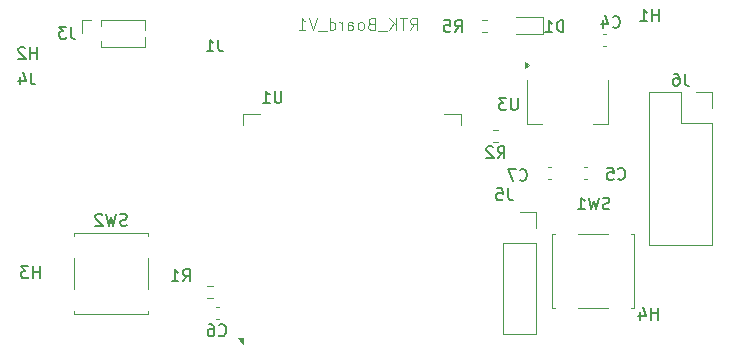
<source format=gbr>
%TF.GenerationSoftware,KiCad,Pcbnew,9.0.6*%
%TF.CreationDate,2025-12-21T22:24:18+01:00*%
%TF.ProjectId,drone_v2,64726f6e-655f-4763-922e-6b696361645f,rev?*%
%TF.SameCoordinates,Original*%
%TF.FileFunction,Legend,Bot*%
%TF.FilePolarity,Positive*%
%FSLAX46Y46*%
G04 Gerber Fmt 4.6, Leading zero omitted, Abs format (unit mm)*
G04 Created by KiCad (PCBNEW 9.0.6) date 2025-12-21 22:24:18*
%MOMM*%
%LPD*%
G01*
G04 APERTURE LIST*
%ADD10C,0.100000*%
%ADD11C,0.150000*%
%ADD12C,0.120000*%
G04 APERTURE END LIST*
D10*
X170249687Y-48522419D02*
X170583020Y-48046228D01*
X170821115Y-48522419D02*
X170821115Y-47522419D01*
X170821115Y-47522419D02*
X170440163Y-47522419D01*
X170440163Y-47522419D02*
X170344925Y-47570038D01*
X170344925Y-47570038D02*
X170297306Y-47617657D01*
X170297306Y-47617657D02*
X170249687Y-47712895D01*
X170249687Y-47712895D02*
X170249687Y-47855752D01*
X170249687Y-47855752D02*
X170297306Y-47950990D01*
X170297306Y-47950990D02*
X170344925Y-47998609D01*
X170344925Y-47998609D02*
X170440163Y-48046228D01*
X170440163Y-48046228D02*
X170821115Y-48046228D01*
X169963972Y-47522419D02*
X169392544Y-47522419D01*
X169678258Y-48522419D02*
X169678258Y-47522419D01*
X169059210Y-48522419D02*
X169059210Y-47522419D01*
X168487782Y-48522419D02*
X168916353Y-47950990D01*
X168487782Y-47522419D02*
X169059210Y-48093847D01*
X168297306Y-48617657D02*
X167535401Y-48617657D01*
X166963972Y-47998609D02*
X166821115Y-48046228D01*
X166821115Y-48046228D02*
X166773496Y-48093847D01*
X166773496Y-48093847D02*
X166725877Y-48189085D01*
X166725877Y-48189085D02*
X166725877Y-48331942D01*
X166725877Y-48331942D02*
X166773496Y-48427180D01*
X166773496Y-48427180D02*
X166821115Y-48474800D01*
X166821115Y-48474800D02*
X166916353Y-48522419D01*
X166916353Y-48522419D02*
X167297305Y-48522419D01*
X167297305Y-48522419D02*
X167297305Y-47522419D01*
X167297305Y-47522419D02*
X166963972Y-47522419D01*
X166963972Y-47522419D02*
X166868734Y-47570038D01*
X166868734Y-47570038D02*
X166821115Y-47617657D01*
X166821115Y-47617657D02*
X166773496Y-47712895D01*
X166773496Y-47712895D02*
X166773496Y-47808133D01*
X166773496Y-47808133D02*
X166821115Y-47903371D01*
X166821115Y-47903371D02*
X166868734Y-47950990D01*
X166868734Y-47950990D02*
X166963972Y-47998609D01*
X166963972Y-47998609D02*
X167297305Y-47998609D01*
X166154448Y-48522419D02*
X166249686Y-48474800D01*
X166249686Y-48474800D02*
X166297305Y-48427180D01*
X166297305Y-48427180D02*
X166344924Y-48331942D01*
X166344924Y-48331942D02*
X166344924Y-48046228D01*
X166344924Y-48046228D02*
X166297305Y-47950990D01*
X166297305Y-47950990D02*
X166249686Y-47903371D01*
X166249686Y-47903371D02*
X166154448Y-47855752D01*
X166154448Y-47855752D02*
X166011591Y-47855752D01*
X166011591Y-47855752D02*
X165916353Y-47903371D01*
X165916353Y-47903371D02*
X165868734Y-47950990D01*
X165868734Y-47950990D02*
X165821115Y-48046228D01*
X165821115Y-48046228D02*
X165821115Y-48331942D01*
X165821115Y-48331942D02*
X165868734Y-48427180D01*
X165868734Y-48427180D02*
X165916353Y-48474800D01*
X165916353Y-48474800D02*
X166011591Y-48522419D01*
X166011591Y-48522419D02*
X166154448Y-48522419D01*
X164963972Y-48522419D02*
X164963972Y-47998609D01*
X164963972Y-47998609D02*
X165011591Y-47903371D01*
X165011591Y-47903371D02*
X165106829Y-47855752D01*
X165106829Y-47855752D02*
X165297305Y-47855752D01*
X165297305Y-47855752D02*
X165392543Y-47903371D01*
X164963972Y-48474800D02*
X165059210Y-48522419D01*
X165059210Y-48522419D02*
X165297305Y-48522419D01*
X165297305Y-48522419D02*
X165392543Y-48474800D01*
X165392543Y-48474800D02*
X165440162Y-48379561D01*
X165440162Y-48379561D02*
X165440162Y-48284323D01*
X165440162Y-48284323D02*
X165392543Y-48189085D01*
X165392543Y-48189085D02*
X165297305Y-48141466D01*
X165297305Y-48141466D02*
X165059210Y-48141466D01*
X165059210Y-48141466D02*
X164963972Y-48093847D01*
X164487781Y-48522419D02*
X164487781Y-47855752D01*
X164487781Y-48046228D02*
X164440162Y-47950990D01*
X164440162Y-47950990D02*
X164392543Y-47903371D01*
X164392543Y-47903371D02*
X164297305Y-47855752D01*
X164297305Y-47855752D02*
X164202067Y-47855752D01*
X163440162Y-48522419D02*
X163440162Y-47522419D01*
X163440162Y-48474800D02*
X163535400Y-48522419D01*
X163535400Y-48522419D02*
X163725876Y-48522419D01*
X163725876Y-48522419D02*
X163821114Y-48474800D01*
X163821114Y-48474800D02*
X163868733Y-48427180D01*
X163868733Y-48427180D02*
X163916352Y-48331942D01*
X163916352Y-48331942D02*
X163916352Y-48046228D01*
X163916352Y-48046228D02*
X163868733Y-47950990D01*
X163868733Y-47950990D02*
X163821114Y-47903371D01*
X163821114Y-47903371D02*
X163725876Y-47855752D01*
X163725876Y-47855752D02*
X163535400Y-47855752D01*
X163535400Y-47855752D02*
X163440162Y-47903371D01*
X163202067Y-48617657D02*
X162440162Y-48617657D01*
X162344923Y-47522419D02*
X162011590Y-48522419D01*
X162011590Y-48522419D02*
X161678257Y-47522419D01*
X160821114Y-48522419D02*
X161392542Y-48522419D01*
X161106828Y-48522419D02*
X161106828Y-47522419D01*
X161106828Y-47522419D02*
X161202066Y-47665276D01*
X161202066Y-47665276D02*
X161297304Y-47760514D01*
X161297304Y-47760514D02*
X161392542Y-47808133D01*
D11*
X183238094Y-48704819D02*
X183238094Y-47704819D01*
X183238094Y-47704819D02*
X182999999Y-47704819D01*
X182999999Y-47704819D02*
X182857142Y-47752438D01*
X182857142Y-47752438D02*
X182761904Y-47847676D01*
X182761904Y-47847676D02*
X182714285Y-47942914D01*
X182714285Y-47942914D02*
X182666666Y-48133390D01*
X182666666Y-48133390D02*
X182666666Y-48276247D01*
X182666666Y-48276247D02*
X182714285Y-48466723D01*
X182714285Y-48466723D02*
X182761904Y-48561961D01*
X182761904Y-48561961D02*
X182857142Y-48657200D01*
X182857142Y-48657200D02*
X182999999Y-48704819D01*
X182999999Y-48704819D02*
X183238094Y-48704819D01*
X181714285Y-48704819D02*
X182285713Y-48704819D01*
X181999999Y-48704819D02*
X181999999Y-47704819D01*
X181999999Y-47704819D02*
X182095237Y-47847676D01*
X182095237Y-47847676D02*
X182190475Y-47942914D01*
X182190475Y-47942914D02*
X182285713Y-47990533D01*
X174041666Y-48704819D02*
X174374999Y-48228628D01*
X174613094Y-48704819D02*
X174613094Y-47704819D01*
X174613094Y-47704819D02*
X174232142Y-47704819D01*
X174232142Y-47704819D02*
X174136904Y-47752438D01*
X174136904Y-47752438D02*
X174089285Y-47800057D01*
X174089285Y-47800057D02*
X174041666Y-47895295D01*
X174041666Y-47895295D02*
X174041666Y-48038152D01*
X174041666Y-48038152D02*
X174089285Y-48133390D01*
X174089285Y-48133390D02*
X174136904Y-48181009D01*
X174136904Y-48181009D02*
X174232142Y-48228628D01*
X174232142Y-48228628D02*
X174613094Y-48228628D01*
X173136904Y-47704819D02*
X173613094Y-47704819D01*
X173613094Y-47704819D02*
X173660713Y-48181009D01*
X173660713Y-48181009D02*
X173613094Y-48133390D01*
X173613094Y-48133390D02*
X173517856Y-48085771D01*
X173517856Y-48085771D02*
X173279761Y-48085771D01*
X173279761Y-48085771D02*
X173184523Y-48133390D01*
X173184523Y-48133390D02*
X173136904Y-48181009D01*
X173136904Y-48181009D02*
X173089285Y-48276247D01*
X173089285Y-48276247D02*
X173089285Y-48514342D01*
X173089285Y-48514342D02*
X173136904Y-48609580D01*
X173136904Y-48609580D02*
X173184523Y-48657200D01*
X173184523Y-48657200D02*
X173279761Y-48704819D01*
X173279761Y-48704819D02*
X173517856Y-48704819D01*
X173517856Y-48704819D02*
X173613094Y-48657200D01*
X173613094Y-48657200D02*
X173660713Y-48609580D01*
X191211904Y-73054819D02*
X191211904Y-72054819D01*
X191211904Y-72531009D02*
X190640476Y-72531009D01*
X190640476Y-73054819D02*
X190640476Y-72054819D01*
X189735714Y-72388152D02*
X189735714Y-73054819D01*
X189973809Y-72007200D02*
X190211904Y-72721485D01*
X190211904Y-72721485D02*
X189592857Y-72721485D01*
X138886904Y-69554819D02*
X138886904Y-68554819D01*
X138886904Y-69031009D02*
X138315476Y-69031009D01*
X138315476Y-69554819D02*
X138315476Y-68554819D01*
X137934523Y-68554819D02*
X137315476Y-68554819D01*
X137315476Y-68554819D02*
X137648809Y-68935771D01*
X137648809Y-68935771D02*
X137505952Y-68935771D01*
X137505952Y-68935771D02*
X137410714Y-68983390D01*
X137410714Y-68983390D02*
X137363095Y-69031009D01*
X137363095Y-69031009D02*
X137315476Y-69126247D01*
X137315476Y-69126247D02*
X137315476Y-69364342D01*
X137315476Y-69364342D02*
X137363095Y-69459580D01*
X137363095Y-69459580D02*
X137410714Y-69507200D01*
X137410714Y-69507200D02*
X137505952Y-69554819D01*
X137505952Y-69554819D02*
X137791666Y-69554819D01*
X137791666Y-69554819D02*
X137886904Y-69507200D01*
X137886904Y-69507200D02*
X137934523Y-69459580D01*
X138661904Y-50979819D02*
X138661904Y-49979819D01*
X138661904Y-50456009D02*
X138090476Y-50456009D01*
X138090476Y-50979819D02*
X138090476Y-49979819D01*
X137661904Y-50075057D02*
X137614285Y-50027438D01*
X137614285Y-50027438D02*
X137519047Y-49979819D01*
X137519047Y-49979819D02*
X137280952Y-49979819D01*
X137280952Y-49979819D02*
X137185714Y-50027438D01*
X137185714Y-50027438D02*
X137138095Y-50075057D01*
X137138095Y-50075057D02*
X137090476Y-50170295D01*
X137090476Y-50170295D02*
X137090476Y-50265533D01*
X137090476Y-50265533D02*
X137138095Y-50408390D01*
X137138095Y-50408390D02*
X137709523Y-50979819D01*
X137709523Y-50979819D02*
X137090476Y-50979819D01*
X191336904Y-47779819D02*
X191336904Y-46779819D01*
X191336904Y-47256009D02*
X190765476Y-47256009D01*
X190765476Y-47779819D02*
X190765476Y-46779819D01*
X189765476Y-47779819D02*
X190336904Y-47779819D01*
X190051190Y-47779819D02*
X190051190Y-46779819D01*
X190051190Y-46779819D02*
X190146428Y-46922676D01*
X190146428Y-46922676D02*
X190241666Y-47017914D01*
X190241666Y-47017914D02*
X190336904Y-47065533D01*
X154033333Y-49354819D02*
X154033333Y-50069104D01*
X154033333Y-50069104D02*
X154080952Y-50211961D01*
X154080952Y-50211961D02*
X154176190Y-50307200D01*
X154176190Y-50307200D02*
X154319047Y-50354819D01*
X154319047Y-50354819D02*
X154414285Y-50354819D01*
X153033333Y-50354819D02*
X153604761Y-50354819D01*
X153319047Y-50354819D02*
X153319047Y-49354819D01*
X153319047Y-49354819D02*
X153414285Y-49497676D01*
X153414285Y-49497676D02*
X153509523Y-49592914D01*
X153509523Y-49592914D02*
X153604761Y-49640533D01*
X138133333Y-52144819D02*
X138133333Y-52859104D01*
X138133333Y-52859104D02*
X138180952Y-53001961D01*
X138180952Y-53001961D02*
X138276190Y-53097200D01*
X138276190Y-53097200D02*
X138419047Y-53144819D01*
X138419047Y-53144819D02*
X138514285Y-53144819D01*
X137228571Y-52478152D02*
X137228571Y-53144819D01*
X137466666Y-52097200D02*
X137704761Y-52811485D01*
X137704761Y-52811485D02*
X137085714Y-52811485D01*
X146283332Y-65057200D02*
X146140475Y-65104819D01*
X146140475Y-65104819D02*
X145902380Y-65104819D01*
X145902380Y-65104819D02*
X145807142Y-65057200D01*
X145807142Y-65057200D02*
X145759523Y-65009580D01*
X145759523Y-65009580D02*
X145711904Y-64914342D01*
X145711904Y-64914342D02*
X145711904Y-64819104D01*
X145711904Y-64819104D02*
X145759523Y-64723866D01*
X145759523Y-64723866D02*
X145807142Y-64676247D01*
X145807142Y-64676247D02*
X145902380Y-64628628D01*
X145902380Y-64628628D02*
X146092856Y-64581009D01*
X146092856Y-64581009D02*
X146188094Y-64533390D01*
X146188094Y-64533390D02*
X146235713Y-64485771D01*
X146235713Y-64485771D02*
X146283332Y-64390533D01*
X146283332Y-64390533D02*
X146283332Y-64295295D01*
X146283332Y-64295295D02*
X146235713Y-64200057D01*
X146235713Y-64200057D02*
X146188094Y-64152438D01*
X146188094Y-64152438D02*
X146092856Y-64104819D01*
X146092856Y-64104819D02*
X145854761Y-64104819D01*
X145854761Y-64104819D02*
X145711904Y-64152438D01*
X145378570Y-64104819D02*
X145140475Y-65104819D01*
X145140475Y-65104819D02*
X144949999Y-64390533D01*
X144949999Y-64390533D02*
X144759523Y-65104819D01*
X144759523Y-65104819D02*
X144521428Y-64104819D01*
X144188094Y-64200057D02*
X144140475Y-64152438D01*
X144140475Y-64152438D02*
X144045237Y-64104819D01*
X144045237Y-64104819D02*
X143807142Y-64104819D01*
X143807142Y-64104819D02*
X143711904Y-64152438D01*
X143711904Y-64152438D02*
X143664285Y-64200057D01*
X143664285Y-64200057D02*
X143616666Y-64295295D01*
X143616666Y-64295295D02*
X143616666Y-64390533D01*
X143616666Y-64390533D02*
X143664285Y-64533390D01*
X143664285Y-64533390D02*
X144235713Y-65104819D01*
X144235713Y-65104819D02*
X143616666Y-65104819D01*
X187416666Y-48259580D02*
X187464285Y-48307200D01*
X187464285Y-48307200D02*
X187607142Y-48354819D01*
X187607142Y-48354819D02*
X187702380Y-48354819D01*
X187702380Y-48354819D02*
X187845237Y-48307200D01*
X187845237Y-48307200D02*
X187940475Y-48211961D01*
X187940475Y-48211961D02*
X187988094Y-48116723D01*
X187988094Y-48116723D02*
X188035713Y-47926247D01*
X188035713Y-47926247D02*
X188035713Y-47783390D01*
X188035713Y-47783390D02*
X187988094Y-47592914D01*
X187988094Y-47592914D02*
X187940475Y-47497676D01*
X187940475Y-47497676D02*
X187845237Y-47402438D01*
X187845237Y-47402438D02*
X187702380Y-47354819D01*
X187702380Y-47354819D02*
X187607142Y-47354819D01*
X187607142Y-47354819D02*
X187464285Y-47402438D01*
X187464285Y-47402438D02*
X187416666Y-47450057D01*
X186559523Y-47688152D02*
X186559523Y-48354819D01*
X186797618Y-47307200D02*
X187035713Y-48021485D01*
X187035713Y-48021485D02*
X186416666Y-48021485D01*
X187133332Y-63682200D02*
X186990475Y-63729819D01*
X186990475Y-63729819D02*
X186752380Y-63729819D01*
X186752380Y-63729819D02*
X186657142Y-63682200D01*
X186657142Y-63682200D02*
X186609523Y-63634580D01*
X186609523Y-63634580D02*
X186561904Y-63539342D01*
X186561904Y-63539342D02*
X186561904Y-63444104D01*
X186561904Y-63444104D02*
X186609523Y-63348866D01*
X186609523Y-63348866D02*
X186657142Y-63301247D01*
X186657142Y-63301247D02*
X186752380Y-63253628D01*
X186752380Y-63253628D02*
X186942856Y-63206009D01*
X186942856Y-63206009D02*
X187038094Y-63158390D01*
X187038094Y-63158390D02*
X187085713Y-63110771D01*
X187085713Y-63110771D02*
X187133332Y-63015533D01*
X187133332Y-63015533D02*
X187133332Y-62920295D01*
X187133332Y-62920295D02*
X187085713Y-62825057D01*
X187085713Y-62825057D02*
X187038094Y-62777438D01*
X187038094Y-62777438D02*
X186942856Y-62729819D01*
X186942856Y-62729819D02*
X186704761Y-62729819D01*
X186704761Y-62729819D02*
X186561904Y-62777438D01*
X186228570Y-62729819D02*
X185990475Y-63729819D01*
X185990475Y-63729819D02*
X185799999Y-63015533D01*
X185799999Y-63015533D02*
X185609523Y-63729819D01*
X185609523Y-63729819D02*
X185371428Y-62729819D01*
X184466666Y-63729819D02*
X185038094Y-63729819D01*
X184752380Y-63729819D02*
X184752380Y-62729819D01*
X184752380Y-62729819D02*
X184847618Y-62872676D01*
X184847618Y-62872676D02*
X184942856Y-62967914D01*
X184942856Y-62967914D02*
X185038094Y-63015533D01*
X179541666Y-61209580D02*
X179589285Y-61257200D01*
X179589285Y-61257200D02*
X179732142Y-61304819D01*
X179732142Y-61304819D02*
X179827380Y-61304819D01*
X179827380Y-61304819D02*
X179970237Y-61257200D01*
X179970237Y-61257200D02*
X180065475Y-61161961D01*
X180065475Y-61161961D02*
X180113094Y-61066723D01*
X180113094Y-61066723D02*
X180160713Y-60876247D01*
X180160713Y-60876247D02*
X180160713Y-60733390D01*
X180160713Y-60733390D02*
X180113094Y-60542914D01*
X180113094Y-60542914D02*
X180065475Y-60447676D01*
X180065475Y-60447676D02*
X179970237Y-60352438D01*
X179970237Y-60352438D02*
X179827380Y-60304819D01*
X179827380Y-60304819D02*
X179732142Y-60304819D01*
X179732142Y-60304819D02*
X179589285Y-60352438D01*
X179589285Y-60352438D02*
X179541666Y-60400057D01*
X179208332Y-60304819D02*
X178541666Y-60304819D01*
X178541666Y-60304819D02*
X178970237Y-61304819D01*
X179361904Y-54304819D02*
X179361904Y-55114342D01*
X179361904Y-55114342D02*
X179314285Y-55209580D01*
X179314285Y-55209580D02*
X179266666Y-55257200D01*
X179266666Y-55257200D02*
X179171428Y-55304819D01*
X179171428Y-55304819D02*
X178980952Y-55304819D01*
X178980952Y-55304819D02*
X178885714Y-55257200D01*
X178885714Y-55257200D02*
X178838095Y-55209580D01*
X178838095Y-55209580D02*
X178790476Y-55114342D01*
X178790476Y-55114342D02*
X178790476Y-54304819D01*
X178409523Y-54304819D02*
X177790476Y-54304819D01*
X177790476Y-54304819D02*
X178123809Y-54685771D01*
X178123809Y-54685771D02*
X177980952Y-54685771D01*
X177980952Y-54685771D02*
X177885714Y-54733390D01*
X177885714Y-54733390D02*
X177838095Y-54781009D01*
X177838095Y-54781009D02*
X177790476Y-54876247D01*
X177790476Y-54876247D02*
X177790476Y-55114342D01*
X177790476Y-55114342D02*
X177838095Y-55209580D01*
X177838095Y-55209580D02*
X177885714Y-55257200D01*
X177885714Y-55257200D02*
X177980952Y-55304819D01*
X177980952Y-55304819D02*
X178266666Y-55304819D01*
X178266666Y-55304819D02*
X178361904Y-55257200D01*
X178361904Y-55257200D02*
X178409523Y-55209580D01*
X193503333Y-52234819D02*
X193503333Y-52949104D01*
X193503333Y-52949104D02*
X193550952Y-53091961D01*
X193550952Y-53091961D02*
X193646190Y-53187200D01*
X193646190Y-53187200D02*
X193789047Y-53234819D01*
X193789047Y-53234819D02*
X193884285Y-53234819D01*
X192598571Y-52234819D02*
X192789047Y-52234819D01*
X192789047Y-52234819D02*
X192884285Y-52282438D01*
X192884285Y-52282438D02*
X192931904Y-52330057D01*
X192931904Y-52330057D02*
X193027142Y-52472914D01*
X193027142Y-52472914D02*
X193074761Y-52663390D01*
X193074761Y-52663390D02*
X193074761Y-53044342D01*
X193074761Y-53044342D02*
X193027142Y-53139580D01*
X193027142Y-53139580D02*
X192979523Y-53187200D01*
X192979523Y-53187200D02*
X192884285Y-53234819D01*
X192884285Y-53234819D02*
X192693809Y-53234819D01*
X192693809Y-53234819D02*
X192598571Y-53187200D01*
X192598571Y-53187200D02*
X192550952Y-53139580D01*
X192550952Y-53139580D02*
X192503333Y-53044342D01*
X192503333Y-53044342D02*
X192503333Y-52806247D01*
X192503333Y-52806247D02*
X192550952Y-52711009D01*
X192550952Y-52711009D02*
X192598571Y-52663390D01*
X192598571Y-52663390D02*
X192693809Y-52615771D01*
X192693809Y-52615771D02*
X192884285Y-52615771D01*
X192884285Y-52615771D02*
X192979523Y-52663390D01*
X192979523Y-52663390D02*
X193027142Y-52711009D01*
X193027142Y-52711009D02*
X193074761Y-52806247D01*
X159363220Y-53704819D02*
X159363220Y-54514342D01*
X159363220Y-54514342D02*
X159315601Y-54609580D01*
X159315601Y-54609580D02*
X159267982Y-54657200D01*
X159267982Y-54657200D02*
X159172744Y-54704819D01*
X159172744Y-54704819D02*
X158982268Y-54704819D01*
X158982268Y-54704819D02*
X158887030Y-54657200D01*
X158887030Y-54657200D02*
X158839411Y-54609580D01*
X158839411Y-54609580D02*
X158791792Y-54514342D01*
X158791792Y-54514342D02*
X158791792Y-53704819D01*
X157791792Y-54704819D02*
X158363220Y-54704819D01*
X158077506Y-54704819D02*
X158077506Y-53704819D01*
X158077506Y-53704819D02*
X158172744Y-53847676D01*
X158172744Y-53847676D02*
X158267982Y-53942914D01*
X158267982Y-53942914D02*
X158363220Y-53990533D01*
X154066666Y-74359580D02*
X154114285Y-74407200D01*
X154114285Y-74407200D02*
X154257142Y-74454819D01*
X154257142Y-74454819D02*
X154352380Y-74454819D01*
X154352380Y-74454819D02*
X154495237Y-74407200D01*
X154495237Y-74407200D02*
X154590475Y-74311961D01*
X154590475Y-74311961D02*
X154638094Y-74216723D01*
X154638094Y-74216723D02*
X154685713Y-74026247D01*
X154685713Y-74026247D02*
X154685713Y-73883390D01*
X154685713Y-73883390D02*
X154638094Y-73692914D01*
X154638094Y-73692914D02*
X154590475Y-73597676D01*
X154590475Y-73597676D02*
X154495237Y-73502438D01*
X154495237Y-73502438D02*
X154352380Y-73454819D01*
X154352380Y-73454819D02*
X154257142Y-73454819D01*
X154257142Y-73454819D02*
X154114285Y-73502438D01*
X154114285Y-73502438D02*
X154066666Y-73550057D01*
X153209523Y-73454819D02*
X153399999Y-73454819D01*
X153399999Y-73454819D02*
X153495237Y-73502438D01*
X153495237Y-73502438D02*
X153542856Y-73550057D01*
X153542856Y-73550057D02*
X153638094Y-73692914D01*
X153638094Y-73692914D02*
X153685713Y-73883390D01*
X153685713Y-73883390D02*
X153685713Y-74264342D01*
X153685713Y-74264342D02*
X153638094Y-74359580D01*
X153638094Y-74359580D02*
X153590475Y-74407200D01*
X153590475Y-74407200D02*
X153495237Y-74454819D01*
X153495237Y-74454819D02*
X153304761Y-74454819D01*
X153304761Y-74454819D02*
X153209523Y-74407200D01*
X153209523Y-74407200D02*
X153161904Y-74359580D01*
X153161904Y-74359580D02*
X153114285Y-74264342D01*
X153114285Y-74264342D02*
X153114285Y-74026247D01*
X153114285Y-74026247D02*
X153161904Y-73931009D01*
X153161904Y-73931009D02*
X153209523Y-73883390D01*
X153209523Y-73883390D02*
X153304761Y-73835771D01*
X153304761Y-73835771D02*
X153495237Y-73835771D01*
X153495237Y-73835771D02*
X153590475Y-73883390D01*
X153590475Y-73883390D02*
X153638094Y-73931009D01*
X153638094Y-73931009D02*
X153685713Y-74026247D01*
X187866666Y-61109580D02*
X187914285Y-61157200D01*
X187914285Y-61157200D02*
X188057142Y-61204819D01*
X188057142Y-61204819D02*
X188152380Y-61204819D01*
X188152380Y-61204819D02*
X188295237Y-61157200D01*
X188295237Y-61157200D02*
X188390475Y-61061961D01*
X188390475Y-61061961D02*
X188438094Y-60966723D01*
X188438094Y-60966723D02*
X188485713Y-60776247D01*
X188485713Y-60776247D02*
X188485713Y-60633390D01*
X188485713Y-60633390D02*
X188438094Y-60442914D01*
X188438094Y-60442914D02*
X188390475Y-60347676D01*
X188390475Y-60347676D02*
X188295237Y-60252438D01*
X188295237Y-60252438D02*
X188152380Y-60204819D01*
X188152380Y-60204819D02*
X188057142Y-60204819D01*
X188057142Y-60204819D02*
X187914285Y-60252438D01*
X187914285Y-60252438D02*
X187866666Y-60300057D01*
X186961904Y-60204819D02*
X187438094Y-60204819D01*
X187438094Y-60204819D02*
X187485713Y-60681009D01*
X187485713Y-60681009D02*
X187438094Y-60633390D01*
X187438094Y-60633390D02*
X187342856Y-60585771D01*
X187342856Y-60585771D02*
X187104761Y-60585771D01*
X187104761Y-60585771D02*
X187009523Y-60633390D01*
X187009523Y-60633390D02*
X186961904Y-60681009D01*
X186961904Y-60681009D02*
X186914285Y-60776247D01*
X186914285Y-60776247D02*
X186914285Y-61014342D01*
X186914285Y-61014342D02*
X186961904Y-61109580D01*
X186961904Y-61109580D02*
X187009523Y-61157200D01*
X187009523Y-61157200D02*
X187104761Y-61204819D01*
X187104761Y-61204819D02*
X187342856Y-61204819D01*
X187342856Y-61204819D02*
X187438094Y-61157200D01*
X187438094Y-61157200D02*
X187485713Y-61109580D01*
X151016666Y-69804819D02*
X151349999Y-69328628D01*
X151588094Y-69804819D02*
X151588094Y-68804819D01*
X151588094Y-68804819D02*
X151207142Y-68804819D01*
X151207142Y-68804819D02*
X151111904Y-68852438D01*
X151111904Y-68852438D02*
X151064285Y-68900057D01*
X151064285Y-68900057D02*
X151016666Y-68995295D01*
X151016666Y-68995295D02*
X151016666Y-69138152D01*
X151016666Y-69138152D02*
X151064285Y-69233390D01*
X151064285Y-69233390D02*
X151111904Y-69281009D01*
X151111904Y-69281009D02*
X151207142Y-69328628D01*
X151207142Y-69328628D02*
X151588094Y-69328628D01*
X150064285Y-69804819D02*
X150635713Y-69804819D01*
X150349999Y-69804819D02*
X150349999Y-68804819D01*
X150349999Y-68804819D02*
X150445237Y-68947676D01*
X150445237Y-68947676D02*
X150540475Y-69042914D01*
X150540475Y-69042914D02*
X150635713Y-69090533D01*
X141533333Y-48254819D02*
X141533333Y-48969104D01*
X141533333Y-48969104D02*
X141580952Y-49111961D01*
X141580952Y-49111961D02*
X141676190Y-49207200D01*
X141676190Y-49207200D02*
X141819047Y-49254819D01*
X141819047Y-49254819D02*
X141914285Y-49254819D01*
X141152380Y-48254819D02*
X140533333Y-48254819D01*
X140533333Y-48254819D02*
X140866666Y-48635771D01*
X140866666Y-48635771D02*
X140723809Y-48635771D01*
X140723809Y-48635771D02*
X140628571Y-48683390D01*
X140628571Y-48683390D02*
X140580952Y-48731009D01*
X140580952Y-48731009D02*
X140533333Y-48826247D01*
X140533333Y-48826247D02*
X140533333Y-49064342D01*
X140533333Y-49064342D02*
X140580952Y-49159580D01*
X140580952Y-49159580D02*
X140628571Y-49207200D01*
X140628571Y-49207200D02*
X140723809Y-49254819D01*
X140723809Y-49254819D02*
X141009523Y-49254819D01*
X141009523Y-49254819D02*
X141104761Y-49207200D01*
X141104761Y-49207200D02*
X141152380Y-49159580D01*
X177666666Y-59384819D02*
X177999999Y-58908628D01*
X178238094Y-59384819D02*
X178238094Y-58384819D01*
X178238094Y-58384819D02*
X177857142Y-58384819D01*
X177857142Y-58384819D02*
X177761904Y-58432438D01*
X177761904Y-58432438D02*
X177714285Y-58480057D01*
X177714285Y-58480057D02*
X177666666Y-58575295D01*
X177666666Y-58575295D02*
X177666666Y-58718152D01*
X177666666Y-58718152D02*
X177714285Y-58813390D01*
X177714285Y-58813390D02*
X177761904Y-58861009D01*
X177761904Y-58861009D02*
X177857142Y-58908628D01*
X177857142Y-58908628D02*
X178238094Y-58908628D01*
X177285713Y-58480057D02*
X177238094Y-58432438D01*
X177238094Y-58432438D02*
X177142856Y-58384819D01*
X177142856Y-58384819D02*
X176904761Y-58384819D01*
X176904761Y-58384819D02*
X176809523Y-58432438D01*
X176809523Y-58432438D02*
X176761904Y-58480057D01*
X176761904Y-58480057D02*
X176714285Y-58575295D01*
X176714285Y-58575295D02*
X176714285Y-58670533D01*
X176714285Y-58670533D02*
X176761904Y-58813390D01*
X176761904Y-58813390D02*
X177333332Y-59384819D01*
X177333332Y-59384819D02*
X176714285Y-59384819D01*
X178558333Y-61944819D02*
X178558333Y-62659104D01*
X178558333Y-62659104D02*
X178605952Y-62801961D01*
X178605952Y-62801961D02*
X178701190Y-62897200D01*
X178701190Y-62897200D02*
X178844047Y-62944819D01*
X178844047Y-62944819D02*
X178939285Y-62944819D01*
X177605952Y-61944819D02*
X178082142Y-61944819D01*
X178082142Y-61944819D02*
X178129761Y-62421009D01*
X178129761Y-62421009D02*
X178082142Y-62373390D01*
X178082142Y-62373390D02*
X177986904Y-62325771D01*
X177986904Y-62325771D02*
X177748809Y-62325771D01*
X177748809Y-62325771D02*
X177653571Y-62373390D01*
X177653571Y-62373390D02*
X177605952Y-62421009D01*
X177605952Y-62421009D02*
X177558333Y-62516247D01*
X177558333Y-62516247D02*
X177558333Y-62754342D01*
X177558333Y-62754342D02*
X177605952Y-62849580D01*
X177605952Y-62849580D02*
X177653571Y-62897200D01*
X177653571Y-62897200D02*
X177748809Y-62944819D01*
X177748809Y-62944819D02*
X177986904Y-62944819D01*
X177986904Y-62944819D02*
X178082142Y-62897200D01*
X178082142Y-62897200D02*
X178129761Y-62849580D01*
D12*
%TO.C,D1*%
X181510000Y-48885000D02*
X179225000Y-48885000D01*
X181510000Y-47415000D02*
X181510000Y-48885000D01*
X179225000Y-47415000D02*
X181510000Y-47415000D01*
%TO.C,R5*%
X176337742Y-48697500D02*
X176812258Y-48697500D01*
X176337742Y-47652500D02*
X176812258Y-47652500D01*
%TO.C,SW2*%
X141800000Y-65700000D02*
X141800000Y-65950000D01*
X141800000Y-67850000D02*
X141800000Y-70450000D01*
X141800000Y-72350000D02*
X141800000Y-72600000D01*
X141800000Y-72600000D02*
X148100000Y-72600000D01*
X148100000Y-65700000D02*
X141800000Y-65700000D01*
X148100000Y-65950000D02*
X148100000Y-65700000D01*
X148100000Y-70450000D02*
X148100000Y-67850000D01*
X148100000Y-72600000D02*
X148100000Y-72350000D01*
%TO.C,C4*%
X186865580Y-48840000D02*
X186584420Y-48840000D01*
X186865580Y-49860000D02*
X186584420Y-49860000D01*
%TO.C,SW1*%
X182300000Y-65800000D02*
X182300000Y-72100000D01*
X182300000Y-72100000D02*
X182550000Y-72100000D01*
X182550000Y-65800000D02*
X182300000Y-65800000D01*
X184450000Y-72100000D02*
X187050000Y-72100000D01*
X187050000Y-65800000D02*
X184450000Y-65800000D01*
X188950000Y-72100000D02*
X189200000Y-72100000D01*
X189200000Y-65800000D02*
X188950000Y-65800000D01*
X189200000Y-72100000D02*
X189200000Y-65800000D01*
%TO.C,C7*%
X181934420Y-60140000D02*
X182215580Y-60140000D01*
X181934420Y-61160000D02*
X182215580Y-61160000D01*
%TO.C,U3*%
X180190000Y-52750000D02*
X180190000Y-56510000D01*
X180190000Y-56510000D02*
X181450000Y-56510000D01*
X187010000Y-52750000D02*
X187010000Y-56510000D01*
X187010000Y-56510000D02*
X185750000Y-56510000D01*
X180290000Y-51470000D02*
X179960000Y-51710000D01*
X179960000Y-51230000D01*
X180290000Y-51470000D01*
G36*
X180290000Y-51470000D02*
G01*
X179960000Y-51710000D01*
X179960000Y-51230000D01*
X180290000Y-51470000D01*
G37*
%TO.C,J6*%
X190520000Y-53780000D02*
X190520000Y-66700000D01*
X193170000Y-53780000D02*
X190520000Y-53780000D01*
X193170000Y-56430000D02*
X193170000Y-53780000D01*
X195820000Y-53780000D02*
X194440000Y-53780000D01*
X195820000Y-55160000D02*
X195820000Y-53780000D01*
X195820000Y-56430000D02*
X193170000Y-56430000D01*
X195820000Y-56430000D02*
X195820000Y-66700000D01*
X195820000Y-66700000D02*
X190520000Y-66700000D01*
%TO.C,U1*%
X156150000Y-55660000D02*
X156150000Y-56610000D01*
X157550000Y-55660000D02*
X156150000Y-55660000D01*
X173150000Y-55660000D02*
X174550000Y-55660000D01*
X174550000Y-55660000D02*
X174550000Y-56610000D01*
X156150000Y-75110000D02*
X155650000Y-74610000D01*
X156150000Y-74610000D01*
X156150000Y-75110000D01*
G36*
X156150000Y-75110000D02*
G01*
X155650000Y-74610000D01*
X156150000Y-74610000D01*
X156150000Y-75110000D01*
G37*
%TO.C,C6*%
X153784420Y-71990000D02*
X154065580Y-71990000D01*
X153784420Y-73010000D02*
X154065580Y-73010000D01*
%TO.C,C5*%
X185265580Y-60140000D02*
X184984420Y-60140000D01*
X185265580Y-61160000D02*
X184984420Y-61160000D01*
%TO.C,R1*%
X153062742Y-70177500D02*
X153537258Y-70177500D01*
X153062742Y-71222500D02*
X153537258Y-71222500D01*
%TO.C,J3*%
X142440000Y-47665000D02*
X142440000Y-48825000D01*
X143250000Y-47665000D02*
X142440000Y-47665000D01*
X144060000Y-47665000D02*
X144060000Y-48158292D01*
X144060000Y-47665000D02*
X147805000Y-47665000D01*
X144060000Y-49491708D02*
X144060000Y-49985000D01*
X144060000Y-49985000D02*
X147805000Y-49985000D01*
X147805000Y-47665000D02*
X147805000Y-48507077D01*
X147805000Y-49142923D02*
X147805000Y-49985000D01*
%TO.C,R2*%
X177262742Y-56977500D02*
X177737258Y-56977500D01*
X177262742Y-58022500D02*
X177737258Y-58022500D01*
%TO.C,J5*%
X178145000Y-66570000D02*
X178145000Y-74300000D01*
X180905000Y-63920000D02*
X179525000Y-63920000D01*
X180905000Y-65300000D02*
X180905000Y-63920000D01*
X180905000Y-66570000D02*
X178145000Y-66570000D01*
X180905000Y-66570000D02*
X180905000Y-74300000D01*
X180905000Y-74300000D02*
X178145000Y-74300000D01*
%TD*%
M02*

</source>
